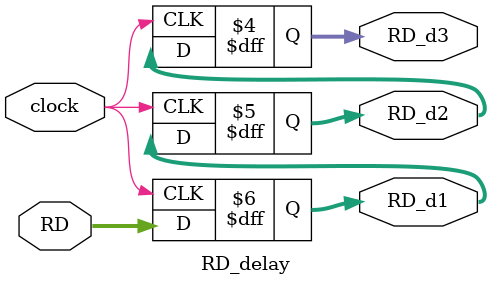
<source format=v>
module RD_delay(RD,RD_d1,RD_d2,RD_d3,clock);
input [4:0]RD;
output [4:0]RD_d1;
output [4:0]RD_d2;
output [4:0]RD_d3;
input clock;
reg [4:0]RD_d1;
reg [4:0]RD_d2;
reg [4:0]RD_d3;

always@(posedge clock)
begin
RD_d1<=RD;
end

always@(posedge clock)
begin
RD_d2<=RD_d1;
end

always@(posedge clock)
begin
RD_d3<=RD_d2;
end

endmodule

</source>
